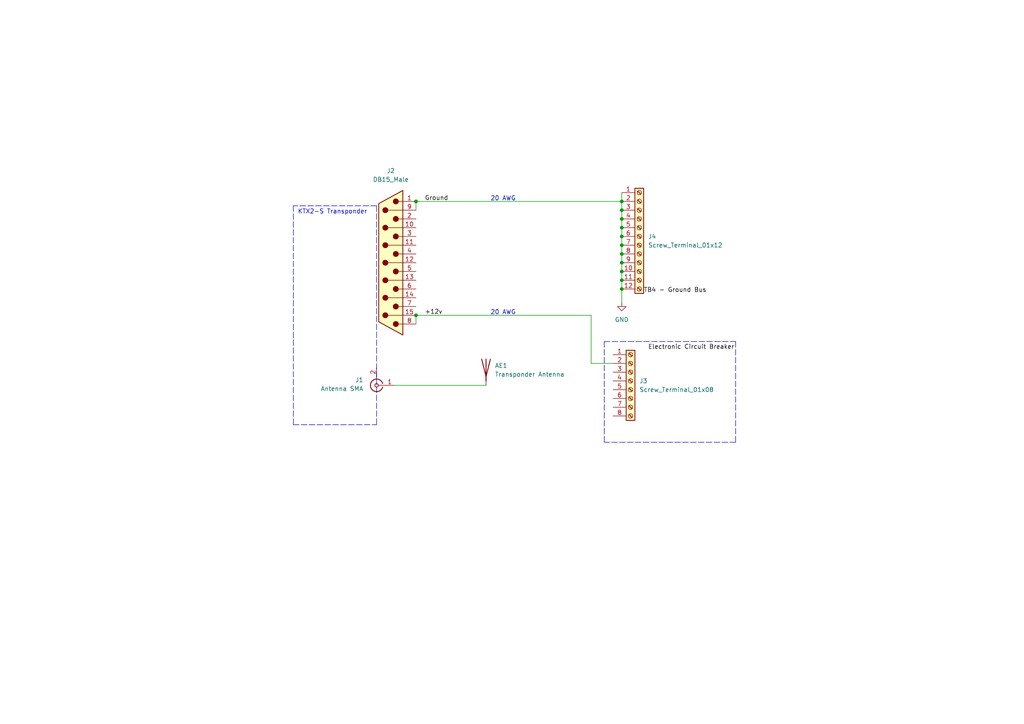
<source format=kicad_sch>
(kicad_sch (version 20211123) (generator eeschema)
  (paper "A4")
  (title_block (title "Europa Transponder") (date "2022-11-22") (rev "3"))
  (lib_symbols
    (symbol "Connector:Conn_Coaxial" (pin_names (offset 1.016) hide)
      (property "Reference" "J" (at 0.254 3.048 0))
      (property "Value" "Conn_Coaxial" (at 2.921 0 90))
      (symbol "Conn_Coaxial_0_1"
        (arc (start -1.778 -0.508) (mid 0.2311 -1.8066) (end 1.778 0) (stroke (width 0.254)))
        (polyline (pts (xy -2.54 0) (xy -0.508 0)))
        (polyline (pts (xy 0 -2.54) (xy 0 -1.778)))
        (circle (center 0 0) (radius 0.508) (stroke (width 0.2032)))
        (arc (start 1.778 0) (mid 0.2099 1.8101) (end -1.778 0.508) (stroke (width 0.254)))
      )
      (symbol "Conn_Coaxial_1_1"
        (pin passive line (at -5.08 0 0) (length 2.54) (name "In") (number "1"))
        (pin passive line (at 0 -5.08 90) (length 2.54) (name "Ext") (number "2"))
      )
    )
    (symbol "Connector:DB15_Male" (pin_names (offset 1.016) hide)
      (property "Reference" "J" (at 0.508 21.59 0))
      (property "Value" "DB15_Male" (at 0 -22.225 0))
      (symbol "DB15_Male_0_1"
        (circle (center -1.778 -17.78) (radius 0.762) (fill (type outline)))
        (circle (center -1.778 -12.7) (radius 0.762) (fill (type outline)))
        (circle (center -1.778 -7.62) (radius 0.762) (fill (type outline)))
        (circle (center -1.778 -2.54) (radius 0.762) (fill (type outline)))
        (circle (center -1.778 2.54) (radius 0.762) (fill (type outline)))
        (circle (center -1.778 7.62) (radius 0.762) (fill (type outline)))
        (circle (center -1.778 12.7) (radius 0.762) (fill (type outline)))
        (circle (center -1.778 17.78) (radius 0.762) (fill (type outline)))
        (polyline (pts (xy -3.81 -17.78) (xy -2.54 -17.78)))
        (polyline (pts (xy -3.81 -15.24) (xy 0.508 -15.24)))
        (polyline (pts (xy -3.81 -12.7) (xy -2.54 -12.7)))
        (polyline (pts (xy -3.81 -10.16) (xy 0.508 -10.16)))
        (polyline (pts (xy -3.81 -7.62) (xy -2.54 -7.62)))
        (polyline (pts (xy -3.81 -5.08) (xy 0.508 -5.08)))
        (polyline (pts (xy -3.81 -2.54) (xy -2.54 -2.54)))
        (polyline (pts (xy -3.81 0) (xy 0.508 0)))
        (polyline (pts (xy -3.81 2.54) (xy -2.54 2.54)))
        (polyline (pts (xy -3.81 5.08) (xy 0.508 5.08)))
        (polyline (pts (xy -3.81 7.62) (xy -2.54 7.62)))
        (polyline (pts (xy -3.81 10.16) (xy 0.508 10.16)))
        (polyline (pts (xy -3.81 12.7) (xy -2.54 12.7)))
        (polyline (pts (xy -3.81 15.24) (xy 0.508 15.24)))
        (polyline (pts (xy -3.81 17.78) (xy -2.54 17.78)))
        (polyline (pts (xy -3.81 -20.955) (xy 3.175 -17.145) (xy 3.175 17.145) (xy -3.81 20.955) (xy -3.81 -20.955)) (stroke (width 0.254)) (fill (type background)))
        (circle (center 1.27 -15.24) (radius 0.762) (fill (type outline)))
        (circle (center 1.27 -10.16) (radius 0.762) (fill (type outline)))
        (circle (center 1.27 -5.08) (radius 0.762) (fill (type outline)))
        (circle (center 1.27 0) (radius 0.762) (fill (type outline)))
        (circle (center 1.27 5.08) (radius 0.762) (fill (type outline)))
        (circle (center 1.27 10.16) (radius 0.762) (fill (type outline)))
        (circle (center 1.27 15.24) (radius 0.762) (fill (type outline)))
      )
      (symbol "DB15_Male_1_1"
        (pin passive line (at -7.62 -17.78 0) (length 3.81) (name "1") (number "1"))
        (pin passive line (at -7.62 -10.16 0) (length 3.81) (name "P10") (number "10"))
        (pin passive line (at -7.62 -5.08 0) (length 3.81) (name "P111") (number "11"))
        (pin passive line (at -7.62 0 0) (length 3.81) (name "P12") (number "12"))
        (pin passive line (at -7.62 5.08 0) (length 3.81) (name "P13") (number "13"))
        (pin passive line (at -7.62 10.16 0) (length 3.81) (name "P14") (number "14"))
        (pin passive line (at -7.62 15.24 0) (length 3.81) (name "P15") (number "15"))
        (pin passive line (at -7.62 -12.7 0) (length 3.81) (name "2") (number "2"))
        (pin passive line (at -7.62 -7.62 0) (length 3.81) (name "3") (number "3"))
        (pin passive line (at -7.62 -2.54 0) (length 3.81) (name "4") (number "4"))
        (pin passive line (at -7.62 2.54 0) (length 3.81) (name "5") (number "5"))
        (pin passive line (at -7.62 7.62 0) (length 3.81) (name "6") (number "6"))
        (pin passive line (at -7.62 12.7 0) (length 3.81) (name "7") (number "7"))
        (pin passive line (at -7.62 17.78 0) (length 3.81) (name "8") (number "8"))
        (pin passive line (at -7.62 -15.24 0) (length 3.81) (name "P9") (number "9"))
      )
    )
    (symbol "Connector:Screw_Terminal_01x08" (pin_names (offset 1.016) hide)
      (property "Reference" "J" (at 0 10.16 0))
      (property "Value" "Screw_Terminal_01x08" (at 0 -12.7 0))
      (symbol "Screw_Terminal_01x08_1_1"
        (rectangle (start -1.27 8.89) (end 1.27 -11.43) (stroke (width 0.254)) (fill (type background)))
        (circle (center 0 -10.16) (radius 0.635) (stroke (width 0.1524)))
        (circle (center 0 -7.62) (radius 0.635) (stroke (width 0.1524)))
        (circle (center 0 -5.08) (radius 0.635) (stroke (width 0.1524)))
        (circle (center 0 -2.54) (radius 0.635) (stroke (width 0.1524)))
        (polyline (pts (xy -0.5334 -9.8298) (xy 0.3302 -10.668)) (stroke (width 0.1524)))
        (polyline (pts (xy -0.5334 -7.2898) (xy 0.3302 -8.128)) (stroke (width 0.1524)))
        (polyline (pts (xy -0.5334 -4.7498) (xy 0.3302 -5.588)) (stroke (width 0.1524)))
        (polyline (pts (xy -0.5334 -2.2098) (xy 0.3302 -3.048)) (stroke (width 0.1524)))
        (polyline (pts (xy -0.5334 0.3302) (xy 0.3302 -0.508)) (stroke (width 0.1524)))
        (polyline (pts (xy -0.5334 2.8702) (xy 0.3302 2.032)) (stroke (width 0.1524)))
        (polyline (pts (xy -0.5334 5.4102) (xy 0.3302 4.572)) (stroke (width 0.1524)))
        (polyline (pts (xy -0.5334 7.9502) (xy 0.3302 7.112)) (stroke (width 0.1524)))
        (polyline (pts (xy -0.3556 -9.652) (xy 0.508 -10.4902)) (stroke (width 0.1524)))
        (polyline (pts (xy -0.3556 -7.112) (xy 0.508 -7.9502)) (stroke (width 0.1524)))
        (polyline (pts (xy -0.3556 -4.572) (xy 0.508 -5.4102)) (stroke (width 0.1524)))
        (polyline (pts (xy -0.3556 -2.032) (xy 0.508 -2.8702)) (stroke (width 0.1524)))
        (polyline (pts (xy -0.3556 0.508) (xy 0.508 -0.3302)) (stroke (width 0.1524)))
        (polyline (pts (xy -0.3556 3.048) (xy 0.508 2.2098)) (stroke (width 0.1524)))
        (polyline (pts (xy -0.3556 5.588) (xy 0.508 4.7498)) (stroke (width 0.1524)))
        (polyline (pts (xy -0.3556 8.128) (xy 0.508 7.2898)) (stroke (width 0.1524)))
        (circle (center 0 0) (radius 0.635) (stroke (width 0.1524)))
        (circle (center 0 2.54) (radius 0.635) (stroke (width 0.1524)))
        (circle (center 0 5.08) (radius 0.635) (stroke (width 0.1524)))
        (circle (center 0 7.62) (radius 0.635) (stroke (width 0.1524)))
        (pin passive line (at -5.08 7.62 0) (length 3.81) (name "Pin_1") (number "1"))
        (pin passive line (at -5.08 5.08 0) (length 3.81) (name "Pin_2") (number "2"))
        (pin passive line (at -5.08 2.54 0) (length 3.81) (name "Pin_3") (number "3"))
        (pin passive line (at -5.08 0 0) (length 3.81) (name "Pin_4") (number "4"))
        (pin passive line (at -5.08 -2.54 0) (length 3.81) (name "Pin_5") (number "5"))
        (pin passive line (at -5.08 -5.08 0) (length 3.81) (name "Pin_6") (number "6"))
        (pin passive line (at -5.08 -7.62 0) (length 3.81) (name "Pin_7") (number "7"))
        (pin passive line (at -5.08 -10.16 0) (length 3.81) (name "Pin_8") (number "8"))
      )
    )
    (symbol "Connector:Screw_Terminal_01x12" (pin_names (offset 1.016) hide)
      (property "Reference" "J" (at 0 15.24 0))
      (property "Value" "Screw_Terminal_01x12" (at 0 -17.78 0))
      (symbol "Screw_Terminal_01x12_1_1"
        (rectangle (start -1.27 13.97) (end 1.27 -16.51) (stroke (width 0.254)) (fill (type background)))
        (circle (center 0 -15.24) (radius 0.635) (stroke (width 0.1524)))
        (circle (center 0 -12.7) (radius 0.635) (stroke (width 0.1524)))
        (circle (center 0 -10.16) (radius 0.635) (stroke (width 0.1524)))
        (circle (center 0 -7.62) (radius 0.635) (stroke (width 0.1524)))
        (circle (center 0 -5.08) (radius 0.635) (stroke (width 0.1524)))
        (circle (center 0 -2.54) (radius 0.635) (stroke (width 0.1524)))
        (polyline (pts (xy -0.5334 -14.9098) (xy 0.3302 -15.748)) (stroke (width 0.1524)))
        (polyline (pts (xy -0.5334 -12.3698) (xy 0.3302 -13.208)) (stroke (width 0.1524)))
        (polyline (pts (xy -0.5334 -9.8298) (xy 0.3302 -10.668)) (stroke (width 0.1524)))
        (polyline (pts (xy -0.5334 -7.2898) (xy 0.3302 -8.128)) (stroke (width 0.1524)))
        (polyline (pts (xy -0.5334 -4.7498) (xy 0.3302 -5.588)) (stroke (width 0.1524)))
        (polyline (pts (xy -0.5334 -2.2098) (xy 0.3302 -3.048)) (stroke (width 0.1524)))
        (polyline (pts (xy -0.5334 0.3302) (xy 0.3302 -0.508)) (stroke (width 0.1524)))
        (polyline (pts (xy -0.5334 2.8702) (xy 0.3302 2.032)) (stroke (width 0.1524)))
        (polyline (pts (xy -0.5334 5.4102) (xy 0.3302 4.572)) (stroke (width 0.1524)))
        (polyline (pts (xy -0.5334 7.9502) (xy 0.3302 7.112)) (stroke (width 0.1524)))
        (polyline (pts (xy -0.5334 10.4902) (xy 0.3302 9.652)) (stroke (width 0.1524)))
        (polyline (pts (xy -0.5334 13.0302) (xy 0.3302 12.192)) (stroke (width 0.1524)))
        (polyline (pts (xy -0.3556 -14.732) (xy 0.508 -15.5702)) (stroke (width 0.1524)))
        (polyline (pts (xy -0.3556 -12.192) (xy 0.508 -13.0302)) (stroke (width 0.1524)))
        (polyline (pts (xy -0.3556 -9.652) (xy 0.508 -10.4902)) (stroke (width 0.1524)))
        (polyline (pts (xy -0.3556 -7.112) (xy 0.508 -7.9502)) (stroke (width 0.1524)))
        (polyline (pts (xy -0.3556 -4.572) (xy 0.508 -5.4102)) (stroke (width 0.1524)))
        (polyline (pts (xy -0.3556 -2.032) (xy 0.508 -2.8702)) (stroke (width 0.1524)))
        (polyline (pts (xy -0.3556 0.508) (xy 0.508 -0.3302)) (stroke (width 0.1524)))
        (polyline (pts (xy -0.3556 3.048) (xy 0.508 2.2098)) (stroke (width 0.1524)))
        (polyline (pts (xy -0.3556 5.588) (xy 0.508 4.7498)) (stroke (width 0.1524)))
        (polyline (pts (xy -0.3556 8.128) (xy 0.508 7.2898)) (stroke (width 0.1524)))
        (polyline (pts (xy -0.3556 10.668) (xy 0.508 9.8298)) (stroke (width 0.1524)))
        (polyline (pts (xy -0.3556 13.208) (xy 0.508 12.3698)) (stroke (width 0.1524)))
        (circle (center 0 0) (radius 0.635) (stroke (width 0.1524)))
        (circle (center 0 2.54) (radius 0.635) (stroke (width 0.1524)))
        (circle (center 0 5.08) (radius 0.635) (stroke (width 0.1524)))
        (circle (center 0 7.62) (radius 0.635) (stroke (width 0.1524)))
        (circle (center 0 10.16) (radius 0.635) (stroke (width 0.1524)))
        (circle (center 0 12.7) (radius 0.635) (stroke (width 0.1524)))
        (pin passive line (at -5.08 12.7 0) (length 3.81) (name "Pin_1") (number "1"))
        (pin passive line (at -5.08 -10.16 0) (length 3.81) (name "Pin_10") (number "10"))
        (pin passive line (at -5.08 -12.7 0) (length 3.81) (name "Pin_11") (number "11"))
        (pin passive line (at -5.08 -15.24 0) (length 3.81) (name "Pin_12") (number "12"))
        (pin passive line (at -5.08 10.16 0) (length 3.81) (name "Pin_2") (number "2"))
        (pin passive line (at -5.08 7.62 0) (length 3.81) (name "Pin_3") (number "3"))
        (pin passive line (at -5.08 5.08 0) (length 3.81) (name "Pin_4") (number "4"))
        (pin passive line (at -5.08 2.54 0) (length 3.81) (name "Pin_5") (number "5"))
        (pin passive line (at -5.08 0 0) (length 3.81) (name "Pin_6") (number "6"))
        (pin passive line (at -5.08 -2.54 0) (length 3.81) (name "Pin_7") (number "7"))
        (pin passive line (at -5.08 -5.08 0) (length 3.81) (name "Pin_8") (number "8"))
        (pin passive line (at -5.08 -7.62 0) (length 3.81) (name "Pin_9") (number "9"))
      )
    )
    (symbol "Device:Antenna" (pin_numbers hide) (pin_names (offset 1.016) hide)
      (property "Reference" "AE" (at -1.905 1.905 0))
      (property "Value" "Antenna" (at -1.905 0 0))
      (symbol "Antenna_0_1"
        (polyline (pts (xy 0 2.54) (xy 0 -3.81)) (stroke (width 0.254)))
        (polyline (pts (xy 1.27 2.54) (xy 0 -2.54) (xy -1.27 2.54)) (stroke (width 0.254)))
      )
      (symbol "Antenna_1_1"
        (pin input line (at 0 -5.08 90) (length 2.54) (name "A") (number "1"))
      )
    )
    (symbol "power:GND" (power) (pin_names (offset 0))
      (property "Value" "GND" (at 0 -3.81 0))
      (symbol "GND_0_1"
        (polyline (pts (xy 0 0) (xy 0 -1.27) (xy 1.27 -1.27) (xy 0 -2.54) (xy -1.27 -1.27) (xy 0 -1.27)))
      )
      (symbol "GND_1_1"
        (pin power_in line (at 0 0 270) (length 0) hide (name "GND") (number "1"))
      )
    )
  )
  (junction (at 180.34 63.5))
  (junction (at 180.34 83.82))
  (junction (at 180.34 60.96))
  (junction (at 180.34 68.58))
  (junction (at 180.34 78.74))
  (junction (at 180.34 58.42))
  (junction (at 180.34 81.28))
  (junction (at 120.65 58.42))
  (junction (at 180.34 76.2))
  (junction (at 180.34 73.66))
  (junction (at 120.65 91.44))
  (junction (at 180.34 71.12))
  (junction (at 180.34 66.04))
  (polyline (pts (xy 85.09 59.69) (xy 85.09 123.19)))
  (wire (pts (xy 180.34 83.82) (xy 180.34 87.63)))
  (wire (pts (xy 180.34 78.74) (xy 180.34 81.28)))
  (wire (pts (xy 180.34 81.28) (xy 180.34 83.82)))
  (wire (pts (xy 120.65 58.42) (xy 120.65 60.96)))
  (polyline (pts (xy 85.09 123.19) (xy 109.22 123.19)))
  (wire (pts (xy 120.65 91.44) (xy 120.65 93.98)))
  (wire (pts (xy 180.34 58.42) (xy 180.34 60.96)))
  (polyline (pts (xy 109.22 59.69) (xy 85.09 59.69)))
  (wire (pts (xy 180.34 73.66) (xy 180.34 76.2)))
  (wire (pts (xy 180.34 55.88) (xy 180.34 58.42)))
  (polyline (pts (xy 109.22 59.69) (xy 109.22 123.19)))
  (polyline (pts (xy 175.26 99.06) (xy 213.36 99.06)))
  (wire (pts (xy 180.34 60.96) (xy 180.34 63.5)))
  (wire (pts (xy 171.45 91.44) (xy 171.45 105.41)))
  (wire (pts (xy 180.34 68.58) (xy 180.34 71.12)))
  (polyline (pts (xy 213.36 128.27) (xy 175.26 128.27)))
  (wire (pts (xy 180.34 71.12) (xy 180.34 73.66)))
  (polyline (pts (xy 213.36 99.06) (xy 213.36 128.27)))
  (wire (pts (xy 114.3 111.76) (xy 140.97 111.76)))
  (wire (pts (xy 120.65 91.44) (xy 171.45 91.44)))
  (wire (pts (xy 171.45 105.41) (xy 177.8 105.41)))
  (wire (pts (xy 120.65 58.42) (xy 180.34 58.42)))
  (wire (pts (xy 180.34 66.04) (xy 180.34 68.58)))
  (wire (pts (xy 180.34 76.2) (xy 180.34 78.74)))
  (wire (pts (xy 180.34 63.5) (xy 180.34 66.04)))
  (polyline (pts (xy 175.26 99.06) (xy 175.26 128.27)))
  (text "20 AWG" (at 142.24 58.42 0) (effects (font (size 1.27 1.27)) (justify left bottom)))
  (text "20 AWG" (at 142.24 91.44 0) (effects (font (size 1.27 1.27)) (justify left bottom)))
  (text "KTX2-S Transponder" (at 86.36 62.23 0) (effects (font (size 1.27 1.27)) (justify left bottom)))
  (label "Electronic Circuit Breaker" (at 187.96 101.6 0))
  (label "Ground" (at 123.19 58.42 0))
  (label "+12v" (at 123.19 91.44 0))
  (label "TB4 - Ground Bus" (at 186.69 85.09 0))
  (symbol (lib_id "Connector:Screw_Terminal_01x12") (at 185.42 68.58 0) (unit 1)
    (property "Reference" "J4" (at 187.96 68.5799 0) (effects (justify left)))
    (property "Value" "Screw_Terminal_01x12" (at 187.96 71.1199 0) (effects (justify left)))
  )
  (symbol (lib_id "Connector:Screw_Terminal_01x08") (at 182.88 110.49 0) (unit 1)
    (property "Reference" "J3" (at 185.42 110.4899 0) (effects (justify left)))
    (property "Value" "Screw_Terminal_01x08" (at 185.42 113.0299 0) (effects (justify left)))
  )
  (symbol (lib_id "Device:Antenna") (at 140.97 106.68 0) (unit 1)
    (property "Reference" "AE1" (at 143.51 106.0449 0) (effects (justify left)))
    (property "Value" "Transponder Antenna" (at 143.51 108.5849 0) (effects (justify left)))
  )
  (symbol (lib_id "Connector:Conn_Coaxial") (at 109.22 111.76 180) (unit 1)
    (property "Reference" "J1" (at 105.41 110.1967 0) (effects (justify left)))
    (property "Value" "Antenna SMA" (at 105.41 112.7367 0) (effects (justify left)))
    (property "Datasheet" " ~" (effects hide))
  )
  (symbol (lib_id "Connector:DB15_Male") (at 113.03 76.2 180) (unit 1)
    (property "Reference" "J2" (at 113.3475 49.53 0))
    (property "Value" "DB15_Male" (at 113.3475 52.07 0))
    (property "Datasheet" " ~" (effects hide))
  )
  (symbol (lib_id "power:GND") (at 180.34 87.63 0) (unit 1)
    (property "Reference" "#PWR01" (effects hide))
    (property "Value" "GND" (at 180.34 92.71 0))
  )
)
</source>
